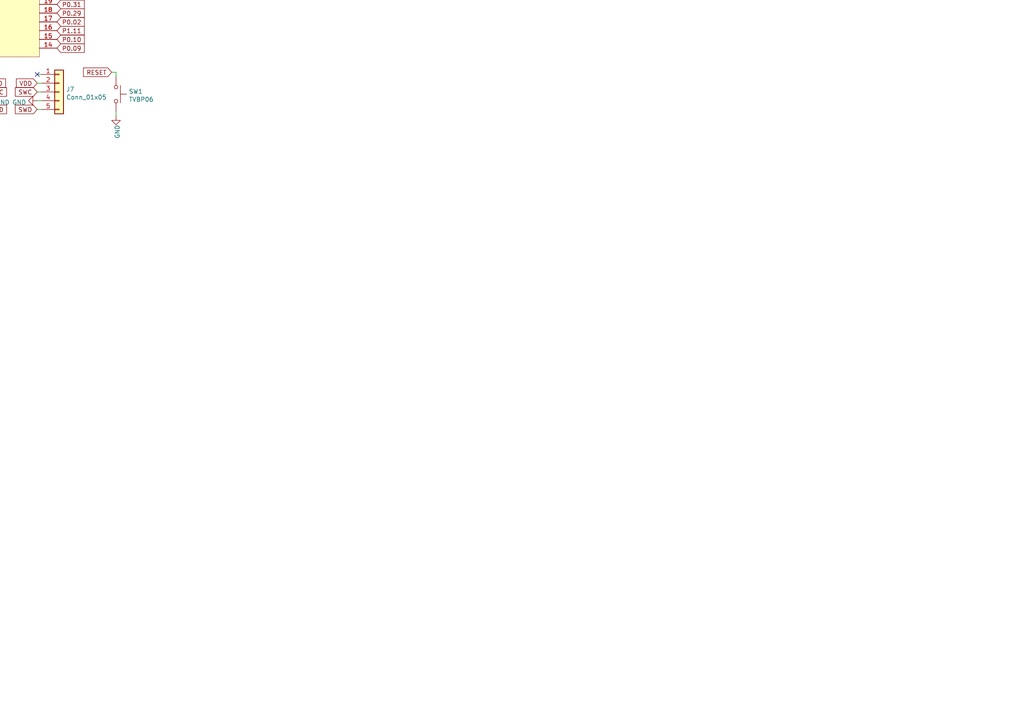
<source format=kicad_sch>
(kicad_sch (version 20210621) (generator eeschema)
  (paper "A4")
  (lib_symbols
    (symbol "Connector:TestPoint" (pin_numbers hide) (pin_names (offset 0.762) hide)
      (property "Reference" "TP" (at 0 6.858 0))
      (property "Value" "TestPoint" (at 0 5.08 0))
      (symbol "TestPoint_0_1"
        (circle (center 0 3.302) (radius 0.762))
      )
      (symbol "TestPoint_1_1"
        (pin passive line (at 0 0 90) (length 2.54) (name "1") (number "1"))
      )
    )
    (symbol "Connector_Generic:Conn_01x01" (pin_names (offset 1.016) hide)
      (property "Reference" "J" (at 0 2.54 0))
      (property "Value" "Conn_01x01" (at 0 -2.54 0))
      (symbol "Conn_01x01_1_1"
        (rectangle (start -1.27 0.127) (end 0 -0.127) (stroke (width 0.1524)))
        (rectangle (start -1.27 1.27) (end 1.27 -1.27) (stroke (width 0.254)) (fill (type background)))
        (pin passive line (at -5.08 0 0) (length 3.81) (name "Pin_1") (number "1"))
      )
    )
    (symbol "Connector_Generic:Conn_01x05" (pin_names (offset 1.016) hide)
      (property "Reference" "J" (at 0 7.62 0))
      (property "Value" "Conn_01x05" (at 0 -7.62 0))
      (symbol "Conn_01x05_1_1"
        (rectangle (start -1.27 -4.953) (end 0 -5.207) (stroke (width 0.1524)))
        (rectangle (start -1.27 -2.413) (end 0 -2.667) (stroke (width 0.1524)))
        (rectangle (start -1.27 0.127) (end 0 -0.127) (stroke (width 0.1524)))
        (rectangle (start -1.27 2.667) (end 0 2.413) (stroke (width 0.1524)))
        (rectangle (start -1.27 5.207) (end 0 4.953) (stroke (width 0.1524)))
        (rectangle (start -1.27 6.35) (end 1.27 -6.35) (stroke (width 0.254)) (fill (type background)))
        (pin passive line (at -5.08 5.08 0) (length 3.81) (name "Pin_1") (number "1"))
        (pin passive line (at -5.08 2.54 0) (length 3.81) (name "Pin_2") (number "2"))
        (pin passive line (at -5.08 0 0) (length 3.81) (name "Pin_3") (number "3"))
        (pin passive line (at -5.08 -2.54 0) (length 3.81) (name "Pin_4") (number "4"))
        (pin passive line (at -5.08 -5.08 0) (length 3.81) (name "Pin_5") (number "5"))
      )
    )
    (symbol "Device:LED_Small" (pin_numbers hide) (pin_names (offset 0.254) hide)
      (property "Reference" "D" (at -1.27 3.175 0))
      (property "Value" "LED_Small" (at -4.445 -2.54 0))
      (symbol "LED_Small_0_1"
        (polyline (pts (xy -0.762 -1.016) (xy -0.762 1.016)) (stroke (width 0.254)))
        (polyline (pts (xy 1.016 0) (xy -0.762 0)))
        (polyline (pts (xy 0.762 -1.016) (xy -0.762 0) (xy 0.762 1.016) (xy 0.762 -1.016)) (stroke (width 0.254)))
        (polyline (pts (xy 0 0.762) (xy -0.508 1.27) (xy -0.254 1.27) (xy -0.508 1.27) (xy -0.508 1.016)))
        (polyline (pts (xy 0.508 1.27) (xy 0 1.778) (xy 0.254 1.778) (xy 0 1.778) (xy 0 1.524)))
      )
      (symbol "LED_Small_1_1"
        (pin passive line (at -2.54 0 0) (length 1.778) (name "K") (number "1"))
        (pin passive line (at 2.54 0 180) (length 1.778) (name "A") (number "2"))
      )
    )
    (symbol "Device:R_Small" (pin_numbers hide) (pin_names (offset 0.254) hide)
      (property "Reference" "R" (at 0.762 0.508 0))
      (property "Value" "R_Small" (at 0.762 -1.016 0))
      (symbol "R_Small_0_1"
        (rectangle (start -0.762 1.778) (end 0.762 -1.778) (stroke (width 0.2032)))
      )
      (symbol "R_Small_1_1"
        (pin passive line (at 0 2.54 270) (length 0.762) (name "~") (number "1"))
        (pin passive line (at 0 -2.54 90) (length 0.762) (name "~") (number "2"))
      )
    )
    (symbol "Switch:SW_Push" (pin_numbers hide) (pin_names (offset 1.016) hide)
      (property "Reference" "SW" (at 1.27 2.54 0))
      (property "Value" "SW_Push" (at 0 -1.524 0))
      (symbol "SW_Push_0_1"
        (circle (center -2.032 0) (radius 0.508))
        (circle (center 2.032 0) (radius 0.508))
        (polyline (pts (xy 0 1.27) (xy 0 3.048)))
        (polyline (pts (xy 2.54 1.27) (xy -2.54 1.27)))
        (pin passive line (at -5.08 0 0) (length 2.54) (name "1") (number "1"))
        (pin passive line (at 5.08 0 180) (length 2.54) (name "2") (number "2"))
      )
    )
    (symbol "mikoto:mikoto-pins" (pin_names (offset 1.016))
      (property "Reference" "U" (at 0 16.51 0))
      (property "Value" "mikoto-pins" (at 0 -19.05 0))
      (symbol "mikoto-pins_0_0"
        (pin input line (at -16.51 15.24 0) (length 5.08) (name "EXT_5V") (number "1"))
        (pin input line (at 16.51 15.24 180) (length 5.08) (name "VBUS") (number "26"))
      )
      (symbol "mikoto-pins_0_1"
        (rectangle (start -11.43 18.415) (end 11.43 -17.78) (stroke (width 0.1)) (fill (type background)))
      )
      (symbol "mikoto-pins_1_1"
        (pin input line (at -16.51 -7.62 0) (length 5.08) (name "") (number "10"))
        (pin input line (at -16.51 -10.16 0) (length 5.08) (name "") (number "11"))
        (pin input line (at -16.51 -12.7 0) (length 5.08) (name "") (number "12"))
        (pin input line (at -16.51 -15.24 0) (length 5.08) (name "") (number "13"))
        (pin input line (at 16.51 -15.24 180) (length 5.08) (name "") (number "14"))
        (pin input line (at 16.51 -12.7 180) (length 5.08) (name "") (number "15"))
        (pin input line (at 16.51 -10.16 180) (length 5.08) (name "") (number "16"))
        (pin input line (at 16.51 -7.62 180) (length 5.08) (name "") (number "17"))
        (pin input line (at 16.51 -5.08 180) (length 5.08) (name "") (number "18"))
        (pin input line (at 16.51 -2.54 180) (length 5.08) (name "") (number "19"))
        (pin input line (at -16.51 12.7 0) (length 5.08) (name "") (number "2"))
        (pin input line (at 16.51 0 180) (length 5.08) (name "") (number "20"))
        (pin input line (at 16.51 2.54 180) (length 5.08) (name "") (number "21"))
        (pin input line (at 16.51 5.08 180) (length 5.08) (name "VCC") (number "22"))
        (pin input line (at 16.51 7.62 180) (length 5.08) (name "RST") (number "23"))
        (pin input line (at 16.51 10.16 180) (length 5.08) (name "GND") (number "24"))
        (pin input line (at 16.51 12.7 180) (length 5.08) (name "RAW") (number "25"))
        (pin input line (at -16.51 10.16 0) (length 5.08) (name "") (number "3"))
        (pin input line (at -16.51 7.62 0) (length 5.08) (name "GND") (number "4"))
        (pin input line (at -16.51 5.08 0) (length 5.08) (name "GND") (number "5"))
        (pin input line (at -16.51 2.54 0) (length 5.08) (name "") (number "6"))
        (pin input line (at -16.51 0 0) (length 5.08) (name "") (number "7"))
        (pin input line (at -16.51 -2.54 0) (length 5.08) (name "") (number "8"))
        (pin input line (at -16.51 -5.08 0) (length 5.08) (name "") (number "9"))
      )
    )
    (symbol "power:GND" (power) (pin_names (offset 0))
      (property "Value" "GND" (at 0 -3.81 0))
      (symbol "GND_0_1"
        (polyline (pts (xy 0 0) (xy 0 -1.27) (xy 1.27 -1.27) (xy 0 -2.54) (xy -1.27 -1.27) (xy 0 -1.27)))
      )
      (symbol "GND_1_1"
        (pin power_in line (at 0 0 270) (length 0) hide (name "GND") (number "1"))
      )
    )
  )
  (junction (at -85.09 -15.875) (diameter 1.016))
  (junction (at -85.09 -9.525) (diameter 1.016))
  (junction (at -85.09 -3.175) (diameter 1.016))
  (junction (at -85.09 3.175) (diameter 1.016))
  (junction (at -85.09 9.525) (diameter 1.016))
  (junction (at -85.09 15.875) (diameter 1.016))
  (junction (at -85.09 22.225) (diameter 1.016))
  (junction (at -85.09 28.575) (diameter 1.016))
  (junction (at -34.29 -15.24) (diameter 1.016))
  (junction (at -34.29 -12.7) (diameter 1.016))
  (junction (at -34.29 -10.16) (diameter 1.016))
  (junction (at -34.29 -7.62) (diameter 1.016))
  (junction (at -34.29 -5.08) (diameter 1.016))
  (junction (at -34.29 -2.54) (diameter 1.016))
  (junction (at -34.29 0) (diameter 1.016))
  (junction (at -34.29 2.54) (diameter 1.016))
  (junction (at -34.29 5.08) (diameter 1.016))
  (junction (at -34.29 7.62) (diameter 1.016))
  (junction (at -34.29 10.16) (diameter 1.016))
  (junction (at -34.29 12.7) (diameter 1.016))
  (junction (at -34.29 15.24) (diameter 1.016))
  (junction (at -34.29 17.78) (diameter 1.016))
  (junction (at -34.29 20.32) (diameter 1.016))
  (junction (at -34.29 22.86) (diameter 1.016))
  (junction (at -34.29 25.4) (diameter 1.016))
  (junction (at -34.29 27.94) (diameter 1.016))
  (junction (at -34.29 30.48) (diameter 1.016))
  (junction (at -34.29 33.02) (diameter 1.016))
  (no_connect (at 10.795 21.59))
  (wire (pts (xy -85.725 -15.875) (xy -85.09 -15.875)))
  (wire (pts (xy -85.725 -9.525) (xy -85.09 -9.525)))
  (wire (pts (xy -85.725 -3.175) (xy -85.09 -3.175)))
  (wire (pts (xy -85.725 3.175) (xy -85.09 3.175)))
  (wire (pts (xy -85.725 9.525) (xy -85.09 9.525)))
  (wire (pts (xy -85.725 15.875) (xy -85.09 15.875)))
  (wire (pts (xy -85.725 22.225) (xy -85.09 22.225)))
  (wire (pts (xy -85.725 28.575) (xy -85.09 28.575)))
  (wire (pts (xy -85.09 -16.51) (xy -85.09 -15.875)))
  (wire (pts (xy -85.09 -15.875) (xy -85.09 -15.24)))
  (wire (pts (xy -85.09 -10.16) (xy -85.09 -9.525)))
  (wire (pts (xy -85.09 -9.525) (xy -85.09 -8.89)))
  (wire (pts (xy -85.09 -3.175) (xy -85.09 -3.81)))
  (wire (pts (xy -85.09 -3.175) (xy -85.09 -2.54)))
  (wire (pts (xy -85.09 3.175) (xy -85.09 2.54)))
  (wire (pts (xy -85.09 3.175) (xy -85.09 3.81)))
  (wire (pts (xy -85.09 8.89) (xy -85.09 9.525)))
  (wire (pts (xy -85.09 9.525) (xy -85.09 10.16)))
  (wire (pts (xy -85.09 15.24) (xy -85.09 15.875)))
  (wire (pts (xy -85.09 15.875) (xy -85.09 16.51)))
  (wire (pts (xy -85.09 21.59) (xy -85.09 22.225)))
  (wire (pts (xy -85.09 22.225) (xy -85.09 22.86)))
  (wire (pts (xy -85.09 27.94) (xy -85.09 28.575)))
  (wire (pts (xy -85.09 28.575) (xy -85.09 29.21)))
  (wire (pts (xy -85.09 34.29) (xy -85.09 35.56)))
  (wire (pts (xy -53.34 -17.78) (xy -48.895 -17.78)))
  (wire (pts (xy -53.34 -15.24) (xy -48.895 -15.24)))
  (wire (pts (xy -53.34 -12.7) (xy -48.895 -12.7)))
  (wire (pts (xy -53.34 -10.16) (xy -48.895 -10.16)))
  (wire (pts (xy -53.34 -7.62) (xy -48.895 -7.62)))
  (wire (pts (xy -53.34 -5.08) (xy -48.895 -5.08)))
  (wire (pts (xy -53.34 -2.54) (xy -48.895 -2.54)))
  (wire (pts (xy -53.34 0) (xy -48.895 0)))
  (wire (pts (xy -53.34 2.54) (xy -48.895 2.54)))
  (wire (pts (xy -53.34 5.08) (xy -48.895 5.08)))
  (wire (pts (xy -53.34 7.62) (xy -48.895 7.62)))
  (wire (pts (xy -53.34 10.16) (xy -48.895 10.16)))
  (wire (pts (xy -53.34 12.7) (xy -48.895 12.7)))
  (wire (pts (xy -53.34 15.24) (xy -48.895 15.24)))
  (wire (pts (xy -53.34 17.78) (xy -48.895 17.78)))
  (wire (pts (xy -53.34 20.32) (xy -48.895 20.32)))
  (wire (pts (xy -53.34 22.86) (xy -48.895 22.86)))
  (wire (pts (xy -53.34 25.4) (xy -48.895 25.4)))
  (wire (pts (xy -53.34 27.94) (xy -48.895 27.94)))
  (wire (pts (xy -53.34 30.48) (xy -48.895 30.48)))
  (wire (pts (xy -53.34 33.02) (xy -48.895 33.02)))
  (wire (pts (xy -43.815 -17.78) (xy -41.91 -17.78)))
  (wire (pts (xy -43.815 -15.24) (xy -41.91 -15.24)))
  (wire (pts (xy -43.815 -12.7) (xy -41.91 -12.7)))
  (wire (pts (xy -43.815 -10.16) (xy -41.91 -10.16)))
  (wire (pts (xy -43.815 -7.62) (xy -41.91 -7.62)))
  (wire (pts (xy -43.815 -5.08) (xy -41.91 -5.08)))
  (wire (pts (xy -43.815 -2.54) (xy -41.91 -2.54)))
  (wire (pts (xy -43.815 0) (xy -41.91 0)))
  (wire (pts (xy -43.815 2.54) (xy -41.91 2.54)))
  (wire (pts (xy -43.815 5.08) (xy -41.91 5.08)))
  (wire (pts (xy -43.815 7.62) (xy -41.91 7.62)))
  (wire (pts (xy -43.815 10.16) (xy -41.91 10.16)))
  (wire (pts (xy -43.815 12.7) (xy -41.91 12.7)))
  (wire (pts (xy -43.815 15.24) (xy -41.91 15.24)))
  (wire (pts (xy -43.815 17.78) (xy -41.91 17.78)))
  (wire (pts (xy -43.815 20.32) (xy -41.91 20.32)))
  (wire (pts (xy -43.815 22.86) (xy -41.91 22.86)))
  (wire (pts (xy -43.815 25.4) (xy -41.91 25.4)))
  (wire (pts (xy -43.815 27.94) (xy -41.91 27.94)))
  (wire (pts (xy -43.815 30.48) (xy -41.91 30.48)))
  (wire (pts (xy -43.815 33.02) (xy -41.91 33.02)))
  (wire (pts (xy -36.83 -17.78) (xy -34.29 -17.78)))
  (wire (pts (xy -36.83 -15.24) (xy -34.29 -15.24)))
  (wire (pts (xy -36.83 -12.7) (xy -34.29 -12.7)))
  (wire (pts (xy -36.83 -10.16) (xy -34.29 -10.16)))
  (wire (pts (xy -36.83 -7.62) (xy -34.29 -7.62)))
  (wire (pts (xy -36.83 -5.08) (xy -34.29 -5.08)))
  (wire (pts (xy -36.83 -2.54) (xy -34.29 -2.54)))
  (wire (pts (xy -36.83 0) (xy -34.29 0)))
  (wire (pts (xy -36.83 2.54) (xy -34.29 2.54)))
  (wire (pts (xy -36.83 5.08) (xy -34.29 5.08)))
  (wire (pts (xy -36.83 7.62) (xy -34.29 7.62)))
  (wire (pts (xy -36.83 10.16) (xy -34.29 10.16)))
  (wire (pts (xy -36.83 12.7) (xy -34.29 12.7)))
  (wire (pts (xy -36.83 15.24) (xy -34.29 15.24)))
  (wire (pts (xy -36.83 17.78) (xy -34.29 17.78)))
  (wire (pts (xy -36.83 20.32) (xy -34.29 20.32)))
  (wire (pts (xy -36.83 22.86) (xy -34.29 22.86)))
  (wire (pts (xy -36.83 25.4) (xy -34.29 25.4)))
  (wire (pts (xy -36.83 27.94) (xy -34.29 27.94)))
  (wire (pts (xy -36.83 30.48) (xy -34.29 30.48)))
  (wire (pts (xy -36.83 33.02) (xy -34.29 33.02)))
  (wire (pts (xy -34.29 -17.78) (xy -34.29 -15.24)))
  (wire (pts (xy -34.29 -15.24) (xy -34.29 -12.7)))
  (wire (pts (xy -34.29 -12.7) (xy -34.29 -10.16)))
  (wire (pts (xy -34.29 -10.16) (xy -34.29 -7.62)))
  (wire (pts (xy -34.29 -7.62) (xy -34.29 -5.08)))
  (wire (pts (xy -34.29 -5.08) (xy -34.29 -2.54)))
  (wire (pts (xy -34.29 -2.54) (xy -34.29 0)))
  (wire (pts (xy -34.29 0) (xy -34.29 2.54)))
  (wire (pts (xy -34.29 2.54) (xy -34.29 5.08)))
  (wire (pts (xy -34.29 5.08) (xy -34.29 7.62)))
  (wire (pts (xy -34.29 7.62) (xy -34.29 10.16)))
  (wire (pts (xy -34.29 10.16) (xy -34.29 12.7)))
  (wire (pts (xy -34.29 12.7) (xy -34.29 15.24)))
  (wire (pts (xy -34.29 15.24) (xy -34.29 17.78)))
  (wire (pts (xy -34.29 17.78) (xy -34.29 20.32)))
  (wire (pts (xy -34.29 20.32) (xy -34.29 22.86)))
  (wire (pts (xy -34.29 22.86) (xy -34.29 25.4)))
  (wire (pts (xy -34.29 25.4) (xy -34.29 27.94)))
  (wire (pts (xy -34.29 27.94) (xy -34.29 30.48)))
  (wire (pts (xy -34.29 30.48) (xy -34.29 33.02)))
  (wire (pts (xy -34.29 33.02) (xy -34.29 37.465)))
  (wire (pts (xy -5.715 24.13) (xy -4.445 24.13)))
  (wire (pts (xy -5.715 26.67) (xy -4.445 26.67)))
  (wire (pts (xy -5.715 29.21) (xy -4.445 29.21)))
  (wire (pts (xy -5.715 31.75) (xy -4.445 31.75)))
  (wire (pts (xy 10.795 21.59) (xy 12.065 21.59)))
  (wire (pts (xy 10.795 24.13) (xy 12.065 24.13)))
  (wire (pts (xy 10.795 26.67) (xy 12.065 26.67)))
  (wire (pts (xy 10.795 29.21) (xy 12.065 29.21)))
  (wire (pts (xy 10.795 31.75) (xy 12.065 31.75)))
  (wire (pts (xy 32.385 20.955) (xy 33.655 20.955)))
  (wire (pts (xy 33.655 20.955) (xy 33.655 22.225)))
  (wire (pts (xy 33.655 32.385) (xy 33.655 33.655)))
  (global_label "EXT_5V" (shape input) (at -85.09 -16.51 90) (property "Intersheet References" "${INTERSHEET_REFS}" (effects hide)))
  (global_label "EXT_5V" (shape input) (at -53.34 -17.78 180) (property "Intersheet References" "${INTERSHEET_REFS}" (effects hide)))
  (global_label "P0.08" (shape input) (at -53.34 -15.24 180) (property "Intersheet References" "${INTERSHEET_REFS}" (effects hide)))
  (global_label "P0.04" (shape input) (at -53.34 -12.7 180) (property "Intersheet References" "${INTERSHEET_REFS}" (effects hide)))
  (global_label "P0.17" (shape input) (at -53.34 -10.16 180) (property "Intersheet References" "${INTERSHEET_REFS}" (effects hide)))
  (global_label "P0.20" (shape input) (at -53.34 -7.62 180) (property "Intersheet References" "${INTERSHEET_REFS}" (effects hide)))
  (global_label "P0.22" (shape input) (at -53.34 -5.08 180) (property "Intersheet References" "${INTERSHEET_REFS}" (effects hide)))
  (global_label "P0.24" (shape input) (at -53.34 -2.54 180) (property "Intersheet References" "${INTERSHEET_REFS}" (effects hide)))
  (global_label "P1.00" (shape input) (at -53.34 0 180) (property "Intersheet References" "${INTERSHEET_REFS}" (effects hide)))
  (global_label "P1.02" (shape input) (at -53.34 2.54 180) (property "Intersheet References" "${INTERSHEET_REFS}" (effects hide)))
  (global_label "P1.04" (shape input) (at -53.34 5.08 180) (property "Intersheet References" "${INTERSHEET_REFS}" (effects hide)))
  (global_label "P1.06" (shape input) (at -53.34 7.62 180) (property "Intersheet References" "${INTERSHEET_REFS}" (effects hide)))
  (global_label "P0.09" (shape input) (at -53.34 10.16 180) (property "Intersheet References" "${INTERSHEET_REFS}" (effects hide)))
  (global_label "P0.10" (shape input) (at -53.34 12.7 180) (property "Intersheet References" "${INTERSHEET_REFS}" (effects hide)))
  (global_label "P1.11" (shape input) (at -53.34 15.24 180) (property "Intersheet References" "${INTERSHEET_REFS}" (effects hide)))
  (global_label "P0.02" (shape input) (at -53.34 17.78 180) (property "Intersheet References" "${INTERSHEET_REFS}" (effects hide)))
  (global_label "P0.29" (shape input) (at -53.34 20.32 180) (property "Intersheet References" "${INTERSHEET_REFS}" (effects hide)))
  (global_label "P0.31" (shape input) (at -53.34 22.86 180) (property "Intersheet References" "${INTERSHEET_REFS}" (effects hide)))
  (global_label "P0.25" (shape input) (at -53.34 25.4 180) (property "Intersheet References" "${INTERSHEET_REFS}" (effects hide)))
  (global_label "P0.11" (shape input) (at -53.34 27.94 180) (property "Intersheet References" "${INTERSHEET_REFS}" (effects hide)))
  (global_label "EXT_VCC" (shape input) (at -53.34 30.48 180) (property "Intersheet References" "${INTERSHEET_REFS}" (effects hide)))
  (global_label "VBUS" (shape input) (at -53.34 33.02 180) (property "Intersheet References" "${INTERSHEET_REFS}" (effects hide)))
  (global_label "EXT_5V" (shape input) (at -16.51 -16.51 180) (property "Intersheet References" "${INTERSHEET_REFS}" (effects hide)))
  (global_label "P0.08" (shape input) (at -16.51 -13.97 180) (property "Intersheet References" "${INTERSHEET_REFS}" (effects hide)))
  (global_label "P0.04" (shape input) (at -16.51 -11.43 180) (property "Intersheet References" "${INTERSHEET_REFS}" (effects hide)))
  (global_label "P0.17" (shape input) (at -16.51 -3.81 180) (property "Intersheet References" "${INTERSHEET_REFS}" (effects hide)))
  (global_label "P0.20" (shape input) (at -16.51 -1.27 180) (property "Intersheet References" "${INTERSHEET_REFS}" (effects hide)))
  (global_label "P0.22" (shape input) (at -16.51 1.27 180) (property "Intersheet References" "${INTERSHEET_REFS}" (effects hide)))
  (global_label "P0.24" (shape input) (at -16.51 3.81 180) (property "Intersheet References" "${INTERSHEET_REFS}" (effects hide)))
  (global_label "P1.00" (shape input) (at -16.51 6.35 180) (property "Intersheet References" "${INTERSHEET_REFS}" (effects hide)))
  (global_label "P1.02" (shape input) (at -16.51 8.89 180) (property "Intersheet References" "${INTERSHEET_REFS}" (effects hide)))
  (global_label "P1.04" (shape input) (at -16.51 11.43 180) (property "Intersheet References" "${INTERSHEET_REFS}" (effects hide)))
  (global_label "P1.06" (shape input) (at -16.51 13.97 180) (property "Intersheet References" "${INTERSHEET_REFS}" (effects hide)))
  (global_label "VDD" (shape input) (at -4.445 24.13 0) (property "Intersheet References" "${INTERSHEET_REFS}" (effects hide)))
  (global_label "SWC" (shape input) (at -4.445 26.67 0) (property "Intersheet References" "${INTERSHEET_REFS}" (effects hide)))
  (global_label "SWD" (shape input) (at -4.445 31.75 0) (property "Intersheet References" "${INTERSHEET_REFS}" (effects hide)))
  (global_label "VDD" (shape input) (at 10.795 24.13 180) (property "Intersheet References" "${INTERSHEET_REFS}" (effects hide)))
  (global_label "SWC" (shape input) (at 10.795 26.67 180) (property "Intersheet References" "${INTERSHEET_REFS}" (effects hide)))
  (global_label "SWD" (shape input) (at 10.795 31.75 180) (property "Intersheet References" "${INTERSHEET_REFS}" (effects hide)))
  (global_label "VBUS" (shape input) (at 16.51 -16.51 0) (property "Intersheet References" "${INTERSHEET_REFS}" (effects hide)))
  (global_label "VBAT" (shape input) (at 16.51 -13.97 0) (property "Intersheet References" "${INTERSHEET_REFS}" (effects hide)))
  (global_label "RESET" (shape input) (at 16.51 -8.89 0) (property "Intersheet References" "${INTERSHEET_REFS}" (effects hide)))
  (global_label "EXT_VCC" (shape input) (at 16.51 -6.35 0) (property "Intersheet References" "${INTERSHEET_REFS}" (effects hide)))
  (global_label "P0.11" (shape input) (at 16.51 -3.81 0) (property "Intersheet References" "${INTERSHEET_REFS}" (effects hide)))
  (global_label "P0.25" (shape input) (at 16.51 -1.27 0) (property "Intersheet References" "${INTERSHEET_REFS}" (effects hide)))
  (global_label "P0.31" (shape input) (at 16.51 1.27 0) (property "Intersheet References" "${INTERSHEET_REFS}" (effects hide)))
  (global_label "P0.29" (shape input) (at 16.51 3.81 0) (property "Intersheet References" "${INTERSHEET_REFS}" (effects hide)))
  (global_label "P0.02" (shape input) (at 16.51 6.35 0) (property "Intersheet References" "${INTERSHEET_REFS}" (effects hide)))
  (global_label "P1.11" (shape input) (at 16.51 8.89 0) (property "Intersheet References" "${INTERSHEET_REFS}" (effects hide)))
  (global_label "P0.10" (shape input) (at 16.51 11.43 0) (property "Intersheet References" "${INTERSHEET_REFS}" (effects hide)))
  (global_label "P0.09" (shape input) (at 16.51 13.97 0) (property "Intersheet References" "${INTERSHEET_REFS}" (effects hide)))
  (global_label "RESET" (shape input) (at 32.385 20.955 180) (property "Intersheet References" "${INTERSHEET_REFS}" (effects hide)))
  (symbol (lib_id "Connector:TestPoint") (at -85.725 -15.875 90) (unit 1)
    (property "Reference" "TP1" (at -90.4241 -16.7835 90) (effects (justify left)))
    (property "Value" "TestPoint" (at -90.4241 -14.0084 90) (effects (justify left)))
    (property "Footprint" "footprints:TestPoint_Pad_D1.0mm-nosilk" (effects hide))
  )
  (symbol (lib_id "Connector:TestPoint") (at -85.725 -9.525 90) (unit 1)
    (property "Reference" "TP2" (at -90.4241 -10.4335 90) (effects (justify left)))
    (property "Value" "TestPoint" (at -90.4241 -7.6584 90) (effects (justify left)))
    (property "Footprint" "footprints:TestPoint_Pad_D1.0mm-nosilk" (effects hide))
  )
  (symbol (lib_id "Connector:TestPoint") (at -85.725 -3.175 90) (unit 1)
    (property "Reference" "TP3" (at -90.4241 -4.0835 90) (effects (justify left)))
    (property "Value" "TestPoint" (at -90.4241 -1.3084 90) (effects (justify left)))
    (property "Footprint" "footprints:TestPoint_Pad_D1.0mm-nosilk" (effects hide))
  )
  (symbol (lib_id "Connector:TestPoint") (at -85.725 3.175 90) (unit 1)
    (property "Reference" "TP4" (at -90.4241 2.2665 90) (effects (justify left)))
    (property "Value" "TestPoint" (at -90.4241 5.0416 90) (effects (justify left)))
    (property "Footprint" "footprints:TestPoint_Pad_D1.0mm-nosilk" (effects hide))
  )
  (symbol (lib_id "Connector:TestPoint") (at -85.725 9.525 90) (unit 1)
    (property "Reference" "TP5" (at -90.4241 8.6165 90) (effects (justify left)))
    (property "Value" "TestPoint" (at -90.4241 11.3916 90) (effects (justify left)))
    (property "Footprint" "footprints:TestPoint_Pad_D1.0mm-nosilk" (effects hide))
  )
  (symbol (lib_id "Connector:TestPoint") (at -85.725 15.875 90) (unit 1)
    (property "Reference" "TP6" (at -90.4241 14.9665 90) (effects (justify left)))
    (property "Value" "TestPoint" (at -90.4241 17.7416 90) (effects (justify left)))
    (property "Footprint" "footprints:TestPoint_Pad_D1.0mm-nosilk" (effects hide))
  )
  (symbol (lib_id "Connector:TestPoint") (at -85.725 22.225 90) (unit 1)
    (property "Reference" "TP7" (at -90.4241 21.3165 90) (effects (justify left)))
    (property "Value" "TestPoint" (at -90.4241 24.0916 90) (effects (justify left)))
    (property "Footprint" "footprints:TestPoint_Pad_D1.0mm-nosilk" (effects hide))
  )
  (symbol (lib_id "Connector:TestPoint") (at -85.725 28.575 90) (unit 1)
    (property "Reference" "TP8" (at -90.4241 27.6665 90) (effects (justify left)))
    (property "Value" "TestPoint" (at -90.4241 30.4416 90) (effects (justify left)))
    (property "Footprint" "footprints:TestPoint_Pad_D1.0mm-nosilk" (effects hide))
  )
  (symbol (lib_id "power:GND") (at -85.09 35.56 0) (unit 1)
    (property "Reference" "#PWR?" (effects hide))
    (property "Value" "GND" (at -84.7015 42.1639 90) (effects (justify left)))
  )
  (symbol (lib_id "power:GND") (at -34.29 37.465 0) (unit 1)
    (property "Reference" "#PWR03" (effects hide))
    (property "Value" "GND" (at -33.9015 44.0689 90) (effects (justify left)))
  )
  (symbol (lib_id "power:GND") (at -16.51 -8.89 270) (unit 1)
    (property "Reference" "#PWR01" (effects hide))
    (property "Value" "GND" (at -21.3995 -9.2624 90))
  )
  (symbol (lib_id "power:GND") (at -16.51 -6.35 270) (unit 1)
    (property "Reference" "#PWR02" (effects hide))
    (property "Value" "GND" (at -21.3995 -6.7224 90))
  )
  (symbol (lib_id "power:GND") (at -4.445 29.21 90) (unit 1)
    (property "Reference" "#PWR04" (effects hide))
    (property "Value" "GND" (at -1.2699 29.689 90) (effects (justify right)))
  )
  (symbol (lib_id "power:GND") (at 10.795 29.21 270) (unit 1)
    (property "Reference" "#PWR0101" (effects hide))
    (property "Value" "GND" (at 7.62 29.689 90) (effects (justify right)))
  )
  (symbol (lib_id "power:GND") (at 16.51 -11.43 90) (unit 1)
    (property "Reference" "#PWR013" (effects hide))
    (property "Value" "GND" (at 19.6851 -11.0415 90) (effects (justify right)))
  )
  (symbol (lib_id "power:GND") (at 33.655 33.655 0) (unit 1)
    (property "Reference" "#PWR023" (effects hide))
    (property "Value" "GND" (at 34.0435 40.2589 90) (effects (justify left)))
  )
  (symbol (lib_id "Device:R_Small") (at -85.09 -12.7 180) (unit 1)
    (property "Reference" "R22" (at -83.5913 -13.6085 0) (effects (justify right)))
    (property "Value" "R_Small" (at -83.5913 -10.8334 0) (effects (justify right)))
    (property "Footprint" "Resistor_SMD:R_0201_0603Metric" (effects hide))
  )
  (symbol (lib_id "Device:R_Small") (at -85.09 -6.35 180) (unit 1)
    (property "Reference" "R23" (at -83.5913 -7.2585 0) (effects (justify right)))
    (property "Value" "R_Small" (at -83.5913 -4.4834 0) (effects (justify right)))
    (property "Footprint" "Resistor_SMD:R_0201_0603Metric" (effects hide))
  )
  (symbol (lib_id "Device:R_Small") (at -85.09 0 180) (unit 1)
    (property "Reference" "R24" (at -83.5913 -0.9085 0) (effects (justify right)))
    (property "Value" "R_Small" (at -83.5913 1.8666 0) (effects (justify right)))
    (property "Footprint" "Resistor_SMD:R_0201_0603Metric" (effects hide))
  )
  (symbol (lib_id "Device:R_Small") (at -85.09 6.35 180) (unit 1)
    (property "Reference" "R25" (at -83.5913 5.4415 0) (effects (justify right)))
    (property "Value" "R_Small" (at -83.5913 8.2166 0) (effects (justify right)))
    (property "Footprint" "Resistor_SMD:R_0201_0603Metric" (effects hide))
  )
  (symbol (lib_id "Device:R_Small") (at -85.09 12.7 180) (unit 1)
    (property "Reference" "R26" (at -83.5913 11.7915 0) (effects (justify right)))
    (property "Value" "R_Small" (at -83.5913 14.5666 0) (effects (justify right)))
    (property "Footprint" "Resistor_SMD:R_0201_0603Metric" (effects hide))
  )
  (symbol (lib_id "Device:R_Small") (at -85.09 19.05 180) (unit 1)
    (property "Reference" "R27" (at -83.5913 18.1415 0) (effects (justify right)))
    (property "Value" "R_Small" (at -83.5913 20.9166 0) (effects (justify right)))
    (property "Footprint" "Resistor_SMD:R_0201_0603Metric" (effects hide))
  )
  (symbol (lib_id "Device:R_Small") (at -85.09 25.4 180) (unit 1)
    (property "Reference" "R28" (at -83.5913 24.4915 0) (effects (justify right)))
    (property "Value" "R_Small" (at -83.5913 27.2666 0) (effects (justify right)))
    (property "Footprint" "Resistor_SMD:R_0201_0603Metric" (effects hide))
  )
  (symbol (lib_id "Device:R_Small") (at -85.09 31.75 180) (unit 1)
    (property "Reference" "R29" (at -83.5913 30.8415 0) (effects (justify right)))
    (property "Value" "R_Small" (at -83.5913 33.6166 0) (effects (justify right)))
    (property "Footprint" "Resistor_SMD:R_0201_0603Metric" (effects hide))
  )
  (symbol (lib_id "Device:R_Small") (at -46.355 -17.78 90) (unit 1)
    (property "Reference" "R1" (at -46.355 -21.9498 90))
    (property "Value" "2.2k" (at -46.355 -19.6511 90))
    (property "Footprint" "Resistor_SMD:R_0805_2012Metric_Pad1.15x1.40mm_HandSolder" (effects hide))
  )
  (symbol (lib_id "Device:R_Small") (at -46.355 -15.24 90) (unit 1)
    (property "Reference" "R2" (at -46.355 -19.4098 90))
    (property "Value" "2.2k" (at -46.355 -17.1111 90))
    (property "Footprint" "Resistor_SMD:R_0805_2012Metric_Pad1.15x1.40mm_HandSolder" (effects hide))
  )
  (symbol (lib_id "Device:R_Small") (at -46.355 -12.7 90) (unit 1)
    (property "Reference" "R3" (at -46.355 -16.8698 90))
    (property "Value" "2.2k" (at -46.355 -14.5711 90))
    (property "Footprint" "Resistor_SMD:R_0805_2012Metric_Pad1.15x1.40mm_HandSolder" (effects hide))
  )
  (symbol (lib_id "Device:R_Small") (at -46.355 -10.16 90) (unit 1)
    (property "Reference" "R4" (at -46.355 -14.3298 90))
    (property "Value" "2.2k" (at -46.355 -12.0311 90))
    (property "Footprint" "Resistor_SMD:R_0805_2012Metric_Pad1.15x1.40mm_HandSolder" (effects hide))
  )
  (symbol (lib_id "Device:R_Small") (at -46.355 -7.62 90) (unit 1)
    (property "Reference" "R5" (at -46.355 -11.7898 90))
    (property "Value" "2.2k" (at -46.355 -9.4911 90))
    (property "Footprint" "Resistor_SMD:R_0805_2012Metric_Pad1.15x1.40mm_HandSolder" (effects hide))
  )
  (symbol (lib_id "Device:R_Small") (at -46.355 -5.08 90) (unit 1)
    (property "Reference" "R6" (at -46.355 -9.2498 90))
    (property "Value" "2.2k" (at -46.355 -6.9511 90))
    (property "Footprint" "Resistor_SMD:R_0805_2012Metric_Pad1.15x1.40mm_HandSolder" (effects hide))
  )
  (symbol (lib_id "Device:R_Small") (at -46.355 -2.54 90) (unit 1)
    (property "Reference" "R7" (at -46.355 -6.7098 90))
    (property "Value" "2.2k" (at -46.355 -4.4111 90))
    (property "Footprint" "Resistor_SMD:R_0805_2012Metric_Pad1.15x1.40mm_HandSolder" (effects hide))
  )
  (symbol (lib_id "Device:R_Small") (at -46.355 0 90) (unit 1)
    (property "Reference" "R8" (at -46.355 -4.1698 90))
    (property "Value" "2.2k" (at -46.355 -1.8711 90))
    (property "Footprint" "Resistor_SMD:R_0805_2012Metric_Pad1.15x1.40mm_HandSolder" (effects hide))
  )
  (symbol (lib_id "Device:R_Small") (at -46.355 2.54 90) (unit 1)
    (property "Reference" "R9" (at -46.355 -1.6298 90))
    (property "Value" "2.2k" (at -46.355 0.6689 90))
    (property "Footprint" "Resistor_SMD:R_0805_2012Metric_Pad1.15x1.40mm_HandSolder" (effects hide))
  )
  (symbol (lib_id "Device:R_Small") (at -46.355 5.08 90) (unit 1)
    (property "Reference" "R10" (at -46.355 0.9102 90))
    (property "Value" "2.2k" (at -46.355 3.2089 90))
    (property "Footprint" "Resistor_SMD:R_0805_2012Metric_Pad1.15x1.40mm_HandSolder" (effects hide))
  )
  (symbol (lib_id "Device:R_Small") (at -46.355 7.62 90) (unit 1)
    (property "Reference" "R11" (at -46.355 3.4502 90))
    (property "Value" "2.2k" (at -46.355 5.7489 90))
    (property "Footprint" "Resistor_SMD:R_0805_2012Metric_Pad1.15x1.40mm_HandSolder" (effects hide))
  )
  (symbol (lib_id "Device:R_Small") (at -46.355 10.16 90) (unit 1)
    (property "Reference" "R12" (at -46.355 5.9902 90))
    (property "Value" "2.2k" (at -46.355 8.2889 90))
    (property "Footprint" "Resistor_SMD:R_0805_2012Metric_Pad1.15x1.40mm_HandSolder" (effects hide))
  )
  (symbol (lib_id "Device:R_Small") (at -46.355 12.7 90) (unit 1)
    (property "Reference" "R13" (at -46.355 8.5302 90))
    (property "Value" "2.2k" (at -46.355 10.8289 90))
    (property "Footprint" "Resistor_SMD:R_0805_2012Metric_Pad1.15x1.40mm_HandSolder" (effects hide))
  )
  (symbol (lib_id "Device:R_Small") (at -46.355 15.24 90) (unit 1)
    (property "Reference" "R14" (at -46.355 11.0702 90))
    (property "Value" "2.2k" (at -46.355 13.3689 90))
    (property "Footprint" "Resistor_SMD:R_0805_2012Metric_Pad1.15x1.40mm_HandSolder" (effects hide))
  )
  (symbol (lib_id "Device:R_Small") (at -46.355 17.78 90) (unit 1)
    (property "Reference" "R15" (at -46.355 13.6102 90))
    (property "Value" "2.2k" (at -46.355 15.9089 90))
    (property "Footprint" "Resistor_SMD:R_0805_2012Metric_Pad1.15x1.40mm_HandSolder" (effects hide))
  )
  (symbol (lib_id "Device:R_Small") (at -46.355 20.32 90) (unit 1)
    (property "Reference" "R16" (at -46.355 16.1502 90))
    (property "Value" "2.2k" (at -46.355 18.4489 90))
    (property "Footprint" "Resistor_SMD:R_0805_2012Metric_Pad1.15x1.40mm_HandSolder" (effects hide))
  )
  (symbol (lib_id "Device:R_Small") (at -46.355 22.86 90) (unit 1)
    (property "Reference" "R17" (at -46.355 18.6902 90))
    (property "Value" "2.2k" (at -46.355 20.9889 90))
    (property "Footprint" "Resistor_SMD:R_0805_2012Metric_Pad1.15x1.40mm_HandSolder" (effects hide))
  )
  (symbol (lib_id "Device:R_Small") (at -46.355 25.4 90) (unit 1)
    (property "Reference" "R18" (at -46.355 21.2302 90))
    (property "Value" "2.2k" (at -46.355 23.5289 90))
    (property "Footprint" "Resistor_SMD:R_0805_2012Metric_Pad1.15x1.40mm_HandSolder" (effects hide))
  )
  (symbol (lib_id "Device:R_Small") (at -46.355 27.94 90) (unit 1)
    (property "Reference" "R19" (at -46.355 23.7702 90))
    (property "Value" "2.2k" (at -46.355 26.0689 90))
    (property "Footprint" "Resistor_SMD:R_0805_2012Metric_Pad1.15x1.40mm_HandSolder" (effects hide))
  )
  (symbol (lib_id "Device:R_Small") (at -46.355 30.48 90) (unit 1)
    (property "Reference" "R20" (at -46.355 26.3102 90))
    (property "Value" "2.2k" (at -46.355 28.6089 90))
    (property "Footprint" "Resistor_SMD:R_0805_2012Metric_Pad1.15x1.40mm_HandSolder" (effects hide))
  )
  (symbol (lib_id "Device:R_Small") (at -46.355 33.02 90) (unit 1)
    (property "Reference" "R21" (at -46.355 28.8502 90))
    (property "Value" "2.2k" (at -46.355 31.1489 90))
    (property "Footprint" "Resistor_SMD:R_0805_2012Metric_Pad1.15x1.40mm_HandSolder" (effects hide))
  )
  (symbol (lib_id "Device:LED_Small") (at -39.37 -17.78 180) (unit 1)
    (property "Reference" "D1" (at -39.37 -22.2292 0))
    (property "Value" "LED_Small" (at -39.37 -19.9305 0))
    (property "Footprint" "footprints:LED_1206_3216M_Castellated-nosilk" (effects hide))
  )
  (symbol (lib_id "Device:LED_Small") (at -39.37 -15.24 180) (unit 1)
    (property "Reference" "D2" (at -39.37 -19.6892 0))
    (property "Value" "LED_Small" (at -39.37 -17.3905 0))
    (property "Footprint" "footprints:LED_1206_3216M_Castellated-nosilk" (effects hide))
  )
  (symbol (lib_id "Device:LED_Small") (at -39.37 -12.7 180) (unit 1)
    (property "Reference" "D3" (at -39.37 -17.1492 0))
    (property "Value" "LED_Small" (at -39.37 -14.8505 0))
    (property "Footprint" "footprints:LED_1206_3216M_Castellated-nosilk" (effects hide))
  )
  (symbol (lib_id "Device:LED_Small") (at -39.37 -10.16 180) (unit 1)
    (property "Reference" "D4" (at -39.37 -14.6092 0))
    (property "Value" "LED_Small" (at -39.37 -12.3105 0))
    (property "Footprint" "footprints:LED_1206_3216M_Castellated-nosilk" (effects hide))
  )
  (symbol (lib_id "Device:LED_Small") (at -39.37 -7.62 180) (unit 1)
    (property "Reference" "D5" (at -39.37 -12.0692 0))
    (property "Value" "LED_Small" (at -39.37 -9.7705 0))
    (property "Footprint" "footprints:LED_1206_3216M_Castellated-nosilk" (effects hide))
  )
  (symbol (lib_id "Device:LED_Small") (at -39.37 -5.08 180) (unit 1)
    (property "Reference" "D6" (at -39.37 -9.5292 0))
    (property "Value" "LED_Small" (at -39.37 -7.2305 0))
    (property "Footprint" "footprints:LED_1206_3216M_Castellated-nosilk" (effects hide))
  )
  (symbol (lib_id "Device:LED_Small") (at -39.37 -2.54 180) (unit 1)
    (property "Reference" "D7" (at -39.37 -6.9892 0))
    (property "Value" "LED_Small" (at -39.37 -4.6905 0))
    (property "Footprint" "footprints:LED_1206_3216M_Castellated-nosilk" (effects hide))
  )
  (symbol (lib_id "Device:LED_Small") (at -39.37 0 180) (unit 1)
    (property "Reference" "D8" (at -39.37 -4.4492 0))
    (property "Value" "LED_Small" (at -39.37 -2.1505 0))
    (property "Footprint" "footprints:LED_1206_3216M_Castellated-nosilk" (effects hide))
  )
  (symbol (lib_id "Device:LED_Small") (at -39.37 2.54 180) (unit 1)
    (property "Reference" "D9" (at -39.37 -1.9092 0))
    (property "Value" "LED_Small" (at -39.37 0.3895 0))
    (property "Footprint" "footprints:LED_1206_3216M_Castellated-nosilk" (effects hide))
  )
  (symbol (lib_id "Device:LED_Small") (at -39.37 5.08 180) (unit 1)
    (property "Reference" "D10" (at -39.37 0.6308 0))
    (property "Value" "LED_Small" (at -39.37 2.9295 0))
    (property "Footprint" "footprints:LED_1206_3216M_Castellated-nosilk" (effects hide))
  )
  (symbol (lib_id "Device:LED_Small") (at -39.37 7.62 180) (unit 1)
    (property "Reference" "D11" (at -39.37 3.1708 0))
    (property "Value" "LED_Small" (at -39.37 5.4695 0))
    (property "Footprint" "footprints:LED_1206_3216M_Castellated-nosilk" (effects hide))
  )
  (symbol (lib_id "Device:LED_Small") (at -39.37 10.16 180) (unit 1)
    (property "Reference" "D12" (at -39.37 5.7108 0))
    (property "Value" "LED_Small" (at -39.37 8.0095 0))
    (property "Footprint" "footprints:LED_1206_3216M_Castellated-nosilk" (effects hide))
  )
  (symbol (lib_id "Device:LED_Small") (at -39.37 12.7 180) (unit 1)
    (property "Reference" "D13" (at -39.37 8.2508 0))
    (property "Value" "LED_Small" (at -39.37 10.5495 0))
    (property "Footprint" "footprints:LED_1206_3216M_Castellated-nosilk" (effects hide))
  )
  (symbol (lib_id "Device:LED_Small") (at -39.37 15.24 180) (unit 1)
    (property "Reference" "D14" (at -39.37 10.7908 0))
    (property "Value" "LED_Small" (at -39.37 13.0895 0))
    (property "Footprint" "footprints:LED_1206_3216M_Castellated-nosilk" (effects hide))
  )
  (symbol (lib_id "Device:LED_Small") (at -39.37 17.78 180) (unit 1)
    (property "Reference" "D15" (at -39.37 13.3308 0))
    (property "Value" "LED_Small" (at -39.37 15.6295 0))
    (property "Footprint" "footprints:LED_1206_3216M_Castellated-nosilk" (effects hide))
  )
  (symbol (lib_id "Device:LED_Small") (at -39.37 20.32 180) (unit 1)
    (property "Reference" "D16" (at -39.37 15.8708 0))
    (property "Value" "LED_Small" (at -39.37 18.1695 0))
    (property "Footprint" "footprints:LED_1206_3216M_Castellated-nosilk" (effects hide))
  )
  (symbol (lib_id "Device:LED_Small") (at -39.37 22.86 180) (unit 1)
    (property "Reference" "D17" (at -39.37 18.4108 0))
    (property "Value" "LED_Small" (at -39.37 20.7095 0))
    (property "Footprint" "footprints:LED_1206_3216M_Castellated-nosilk" (effects hide))
  )
  (symbol (lib_id "Device:LED_Small") (at -39.37 25.4 180) (unit 1)
    (property "Reference" "D18" (at -39.37 20.9508 0))
    (property "Value" "LED_Small" (at -39.37 23.2495 0))
    (property "Footprint" "footprints:LED_1206_3216M_Castellated-nosilk" (effects hide))
  )
  (symbol (lib_id "Device:LED_Small") (at -39.37 27.94 180) (unit 1)
    (property "Reference" "D19" (at -39.37 23.4908 0))
    (property "Value" "LED_Small" (at -39.37 25.7895 0))
    (property "Footprint" "footprints:LED_1206_3216M_Castellated-nosilk" (effects hide))
  )
  (symbol (lib_id "Device:LED_Small") (at -39.37 30.48 180) (unit 1)
    (property "Reference" "D20" (at -39.37 26.0308 0))
    (property "Value" "LED_Small" (at -39.37 28.3295 0))
    (property "Footprint" "footprints:LED_1206_3216M_Castellated-nosilk" (effects hide))
  )
  (symbol (lib_id "Device:LED_Small") (at -39.37 33.02 180) (unit 1)
    (property "Reference" "D21" (at -39.37 28.5708 0))
    (property "Value" "LED_Small" (at -39.37 30.8695 0))
    (property "Footprint" "footprints:LED_1206_3216M_Castellated-nosilk" (effects hide))
  )
  (symbol (lib_id "Connector_Generic:Conn_01x01") (at -10.795 24.13 180) (unit 1)
    (property "Reference" "J4" (at -12.8271 24.0041 0) (effects (justify left)))
    (property "Value" "Conn_01x01" (at -15.3671 23.7628 0) (effects (justify left)))
    (property "Footprint" "TestPoint:TestPoint_THTPad_D2.0mm_Drill1.0mm" (effects hide))
  )
  (symbol (lib_id "Connector_Generic:Conn_01x01") (at -10.795 26.67 180) (unit 1)
    (property "Reference" "J3" (at -12.8271 26.5441 0) (effects (justify left)))
    (property "Value" "Conn_01x01" (at -15.3671 26.3028 0) (effects (justify left)))
    (property "Footprint" "TestPoint:TestPoint_THTPad_D2.0mm_Drill1.0mm" (effects hide))
  )
  (symbol (lib_id "Connector_Generic:Conn_01x01") (at -10.795 29.21 180) (unit 1)
    (property "Reference" "J2" (at -12.8271 29.0841 0) (effects (justify left)))
    (property "Value" "Conn_01x01" (at -15.3671 28.8428 0) (effects (justify left)))
    (property "Footprint" "TestPoint:TestPoint_THTPad_D2.0mm_Drill1.0mm" (effects hide))
  )
  (symbol (lib_id "Connector_Generic:Conn_01x01") (at -10.795 31.75 180) (unit 1)
    (property "Reference" "J1" (at -12.8271 31.6241 0) (effects (justify left)))
    (property "Value" "Conn_01x01" (at -15.3671 31.3828 0) (effects (justify left)))
    (property "Footprint" "TestPoint:TestPoint_THTPad_D2.0mm_Drill1.0mm" (effects hide))
  )
  (symbol (lib_id "Switch:SW_Push") (at 33.655 27.305 270) (unit 1)
    (property "Reference" "SW1" (at 37.3381 26.5441 90) (effects (justify left)))
    (property "Value" "TVBP06" (at 37.3381 28.8428 90) (effects (justify left)))
    (property "Footprint" "footprints:TACT_SWITCH_TVBP06" (effects hide))
  )
  (symbol (lib_id "Connector_Generic:Conn_01x05") (at 17.145 26.67 0) (unit 1)
    (property "Reference" "J7" (at 19.1771 25.9091 0) (effects (justify left)))
    (property "Value" "Conn_01x05" (at 19.1771 28.2078 0) (effects (justify left)))
    (property "Footprint" "Connector_PinHeader_2.54mm:PinHeader_1x05_P2.54mm_Horizontal" (effects hide))
  )
  (symbol (lib_id "mikoto:mikoto-pins") (at 0 -1.27 0) (unit 1)
    (property "Reference" "U1" (at 0 -23.5746 0))
    (property "Value" "mikoto-pins" (at 0 -20.7995 0))
    (property "Footprint" "footprints:mikoto-pins-bigger-holes" (effects hide))
  )
)
</source>
